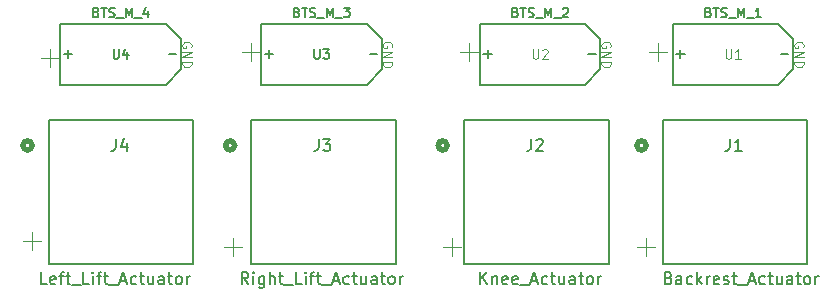
<source format=gto>
%TF.GenerationSoftware,KiCad,Pcbnew,9.0.4-9.0.4-0~ubuntu24.04.1*%
%TF.CreationDate,2025-09-24T17:28:50+03:00*%
%TF.ProjectId,Linear_actuator_MCU_Bridge_circuit,4c696e65-6172-45f6-9163-747561746f72,rev?*%
%TF.SameCoordinates,Original*%
%TF.FileFunction,Legend,Top*%
%TF.FilePolarity,Positive*%
%FSLAX46Y46*%
G04 Gerber Fmt 4.6, Leading zero omitted, Abs format (unit mm)*
G04 Created by KiCad (PCBNEW 9.0.4-9.0.4-0~ubuntu24.04.1) date 2025-09-24 17:28:50*
%MOMM*%
%LPD*%
G01*
G04 APERTURE LIST*
%ADD10C,0.100000*%
%ADD11C,0.125000*%
%ADD12C,0.150000*%
%ADD13C,0.127000*%
%ADD14C,0.152400*%
%ADD15C,0.508000*%
G04 APERTURE END LIST*
D10*
X94602566Y-76382079D02*
X94602566Y-77905889D01*
X93840661Y-77143984D02*
X95364471Y-77143984D01*
X96102566Y-59882079D02*
X96102566Y-61405889D01*
X95340661Y-60643984D02*
X96864471Y-60643984D01*
X77602566Y-75882079D02*
X77602566Y-77405889D01*
X76840661Y-76643984D02*
X78364471Y-76643984D01*
X130602566Y-59882079D02*
X130602566Y-61405889D01*
X129840661Y-60643984D02*
X131364471Y-60643984D01*
X108055709Y-60245412D02*
X108093804Y-60169222D01*
X108093804Y-60169222D02*
X108093804Y-60054936D01*
X108093804Y-60054936D02*
X108055709Y-59940650D01*
X108055709Y-59940650D02*
X107979519Y-59864460D01*
X107979519Y-59864460D02*
X107903328Y-59826365D01*
X107903328Y-59826365D02*
X107750947Y-59788269D01*
X107750947Y-59788269D02*
X107636661Y-59788269D01*
X107636661Y-59788269D02*
X107484280Y-59826365D01*
X107484280Y-59826365D02*
X107408090Y-59864460D01*
X107408090Y-59864460D02*
X107331900Y-59940650D01*
X107331900Y-59940650D02*
X107293804Y-60054936D01*
X107293804Y-60054936D02*
X107293804Y-60131127D01*
X107293804Y-60131127D02*
X107331900Y-60245412D01*
X107331900Y-60245412D02*
X107369995Y-60283508D01*
X107369995Y-60283508D02*
X107636661Y-60283508D01*
X107636661Y-60283508D02*
X107636661Y-60131127D01*
X107293804Y-60626365D02*
X108093804Y-60626365D01*
X108093804Y-60626365D02*
X107293804Y-61083508D01*
X107293804Y-61083508D02*
X108093804Y-61083508D01*
X107293804Y-61464460D02*
X108093804Y-61464460D01*
X108093804Y-61464460D02*
X108093804Y-61654936D01*
X108093804Y-61654936D02*
X108055709Y-61769222D01*
X108055709Y-61769222D02*
X107979519Y-61845412D01*
X107979519Y-61845412D02*
X107903328Y-61883507D01*
X107903328Y-61883507D02*
X107750947Y-61921603D01*
X107750947Y-61921603D02*
X107636661Y-61921603D01*
X107636661Y-61921603D02*
X107484280Y-61883507D01*
X107484280Y-61883507D02*
X107408090Y-61845412D01*
X107408090Y-61845412D02*
X107331900Y-61769222D01*
X107331900Y-61769222D02*
X107293804Y-61654936D01*
X107293804Y-61654936D02*
X107293804Y-61464460D01*
X91055709Y-60245412D02*
X91093804Y-60169222D01*
X91093804Y-60169222D02*
X91093804Y-60054936D01*
X91093804Y-60054936D02*
X91055709Y-59940650D01*
X91055709Y-59940650D02*
X90979519Y-59864460D01*
X90979519Y-59864460D02*
X90903328Y-59826365D01*
X90903328Y-59826365D02*
X90750947Y-59788269D01*
X90750947Y-59788269D02*
X90636661Y-59788269D01*
X90636661Y-59788269D02*
X90484280Y-59826365D01*
X90484280Y-59826365D02*
X90408090Y-59864460D01*
X90408090Y-59864460D02*
X90331900Y-59940650D01*
X90331900Y-59940650D02*
X90293804Y-60054936D01*
X90293804Y-60054936D02*
X90293804Y-60131127D01*
X90293804Y-60131127D02*
X90331900Y-60245412D01*
X90331900Y-60245412D02*
X90369995Y-60283508D01*
X90369995Y-60283508D02*
X90636661Y-60283508D01*
X90636661Y-60283508D02*
X90636661Y-60131127D01*
X90293804Y-60626365D02*
X91093804Y-60626365D01*
X91093804Y-60626365D02*
X90293804Y-61083508D01*
X90293804Y-61083508D02*
X91093804Y-61083508D01*
X90293804Y-61464460D02*
X91093804Y-61464460D01*
X91093804Y-61464460D02*
X91093804Y-61654936D01*
X91093804Y-61654936D02*
X91055709Y-61769222D01*
X91055709Y-61769222D02*
X90979519Y-61845412D01*
X90979519Y-61845412D02*
X90903328Y-61883507D01*
X90903328Y-61883507D02*
X90750947Y-61921603D01*
X90750947Y-61921603D02*
X90636661Y-61921603D01*
X90636661Y-61921603D02*
X90484280Y-61883507D01*
X90484280Y-61883507D02*
X90408090Y-61845412D01*
X90408090Y-61845412D02*
X90331900Y-61769222D01*
X90331900Y-61769222D02*
X90293804Y-61654936D01*
X90293804Y-61654936D02*
X90293804Y-61464460D01*
X129602566Y-76382079D02*
X129602566Y-77905889D01*
X128840661Y-77143984D02*
X130364471Y-77143984D01*
X113102566Y-76382079D02*
X113102566Y-77905889D01*
X112340661Y-77143984D02*
X113864471Y-77143984D01*
X142889209Y-60245412D02*
X142927304Y-60169222D01*
X142927304Y-60169222D02*
X142927304Y-60054936D01*
X142927304Y-60054936D02*
X142889209Y-59940650D01*
X142889209Y-59940650D02*
X142813019Y-59864460D01*
X142813019Y-59864460D02*
X142736828Y-59826365D01*
X142736828Y-59826365D02*
X142584447Y-59788269D01*
X142584447Y-59788269D02*
X142470161Y-59788269D01*
X142470161Y-59788269D02*
X142317780Y-59826365D01*
X142317780Y-59826365D02*
X142241590Y-59864460D01*
X142241590Y-59864460D02*
X142165400Y-59940650D01*
X142165400Y-59940650D02*
X142127304Y-60054936D01*
X142127304Y-60054936D02*
X142127304Y-60131127D01*
X142127304Y-60131127D02*
X142165400Y-60245412D01*
X142165400Y-60245412D02*
X142203495Y-60283508D01*
X142203495Y-60283508D02*
X142470161Y-60283508D01*
X142470161Y-60283508D02*
X142470161Y-60131127D01*
X142127304Y-60626365D02*
X142927304Y-60626365D01*
X142927304Y-60626365D02*
X142127304Y-61083508D01*
X142127304Y-61083508D02*
X142927304Y-61083508D01*
X142127304Y-61464460D02*
X142927304Y-61464460D01*
X142927304Y-61464460D02*
X142927304Y-61654936D01*
X142927304Y-61654936D02*
X142889209Y-61769222D01*
X142889209Y-61769222D02*
X142813019Y-61845412D01*
X142813019Y-61845412D02*
X142736828Y-61883507D01*
X142736828Y-61883507D02*
X142584447Y-61921603D01*
X142584447Y-61921603D02*
X142470161Y-61921603D01*
X142470161Y-61921603D02*
X142317780Y-61883507D01*
X142317780Y-61883507D02*
X142241590Y-61845412D01*
X142241590Y-61845412D02*
X142165400Y-61769222D01*
X142165400Y-61769222D02*
X142127304Y-61654936D01*
X142127304Y-61654936D02*
X142127304Y-61464460D01*
X114602566Y-59882079D02*
X114602566Y-61405889D01*
X113840661Y-60643984D02*
X115364471Y-60643984D01*
X79102566Y-60382079D02*
X79102566Y-61905889D01*
X78340661Y-61143984D02*
X79864471Y-61143984D01*
X126555709Y-60245412D02*
X126593804Y-60169222D01*
X126593804Y-60169222D02*
X126593804Y-60054936D01*
X126593804Y-60054936D02*
X126555709Y-59940650D01*
X126555709Y-59940650D02*
X126479519Y-59864460D01*
X126479519Y-59864460D02*
X126403328Y-59826365D01*
X126403328Y-59826365D02*
X126250947Y-59788269D01*
X126250947Y-59788269D02*
X126136661Y-59788269D01*
X126136661Y-59788269D02*
X125984280Y-59826365D01*
X125984280Y-59826365D02*
X125908090Y-59864460D01*
X125908090Y-59864460D02*
X125831900Y-59940650D01*
X125831900Y-59940650D02*
X125793804Y-60054936D01*
X125793804Y-60054936D02*
X125793804Y-60131127D01*
X125793804Y-60131127D02*
X125831900Y-60245412D01*
X125831900Y-60245412D02*
X125869995Y-60283508D01*
X125869995Y-60283508D02*
X126136661Y-60283508D01*
X126136661Y-60283508D02*
X126136661Y-60131127D01*
X125793804Y-60626365D02*
X126593804Y-60626365D01*
X126593804Y-60626365D02*
X125793804Y-61083508D01*
X125793804Y-61083508D02*
X126593804Y-61083508D01*
X125793804Y-61464460D02*
X126593804Y-61464460D01*
X126593804Y-61464460D02*
X126593804Y-61654936D01*
X126593804Y-61654936D02*
X126555709Y-61769222D01*
X126555709Y-61769222D02*
X126479519Y-61845412D01*
X126479519Y-61845412D02*
X126403328Y-61883507D01*
X126403328Y-61883507D02*
X126250947Y-61921603D01*
X126250947Y-61921603D02*
X126136661Y-61921603D01*
X126136661Y-61921603D02*
X125984280Y-61883507D01*
X125984280Y-61883507D02*
X125908090Y-61845412D01*
X125908090Y-61845412D02*
X125831900Y-61769222D01*
X125831900Y-61769222D02*
X125793804Y-61654936D01*
X125793804Y-61654936D02*
X125793804Y-61464460D01*
D11*
X136314676Y-60403695D02*
X136314676Y-61051314D01*
X136314676Y-61051314D02*
X136352771Y-61127504D01*
X136352771Y-61127504D02*
X136390866Y-61165600D01*
X136390866Y-61165600D02*
X136467057Y-61203695D01*
X136467057Y-61203695D02*
X136619438Y-61203695D01*
X136619438Y-61203695D02*
X136695628Y-61165600D01*
X136695628Y-61165600D02*
X136733723Y-61127504D01*
X136733723Y-61127504D02*
X136771819Y-61051314D01*
X136771819Y-61051314D02*
X136771819Y-60403695D01*
X137571818Y-61203695D02*
X137114675Y-61203695D01*
X137343247Y-61203695D02*
X137343247Y-60403695D01*
X137343247Y-60403695D02*
X137267056Y-60517980D01*
X137267056Y-60517980D02*
X137190866Y-60594171D01*
X137190866Y-60594171D02*
X137114675Y-60632266D01*
D12*
X134848008Y-57283347D02*
X134962294Y-57321442D01*
X134962294Y-57321442D02*
X135000389Y-57359538D01*
X135000389Y-57359538D02*
X135038485Y-57435728D01*
X135038485Y-57435728D02*
X135038485Y-57550014D01*
X135038485Y-57550014D02*
X135000389Y-57626204D01*
X135000389Y-57626204D02*
X134962294Y-57664300D01*
X134962294Y-57664300D02*
X134886104Y-57702395D01*
X134886104Y-57702395D02*
X134581342Y-57702395D01*
X134581342Y-57702395D02*
X134581342Y-56902395D01*
X134581342Y-56902395D02*
X134848008Y-56902395D01*
X134848008Y-56902395D02*
X134924199Y-56940490D01*
X134924199Y-56940490D02*
X134962294Y-56978585D01*
X134962294Y-56978585D02*
X135000389Y-57054776D01*
X135000389Y-57054776D02*
X135000389Y-57130966D01*
X135000389Y-57130966D02*
X134962294Y-57207157D01*
X134962294Y-57207157D02*
X134924199Y-57245252D01*
X134924199Y-57245252D02*
X134848008Y-57283347D01*
X134848008Y-57283347D02*
X134581342Y-57283347D01*
X135267056Y-56902395D02*
X135724199Y-56902395D01*
X135495627Y-57702395D02*
X135495627Y-56902395D01*
X135952770Y-57664300D02*
X136067056Y-57702395D01*
X136067056Y-57702395D02*
X136257532Y-57702395D01*
X136257532Y-57702395D02*
X136333723Y-57664300D01*
X136333723Y-57664300D02*
X136371818Y-57626204D01*
X136371818Y-57626204D02*
X136409913Y-57550014D01*
X136409913Y-57550014D02*
X136409913Y-57473823D01*
X136409913Y-57473823D02*
X136371818Y-57397633D01*
X136371818Y-57397633D02*
X136333723Y-57359538D01*
X136333723Y-57359538D02*
X136257532Y-57321442D01*
X136257532Y-57321442D02*
X136105151Y-57283347D01*
X136105151Y-57283347D02*
X136028961Y-57245252D01*
X136028961Y-57245252D02*
X135990866Y-57207157D01*
X135990866Y-57207157D02*
X135952770Y-57130966D01*
X135952770Y-57130966D02*
X135952770Y-57054776D01*
X135952770Y-57054776D02*
X135990866Y-56978585D01*
X135990866Y-56978585D02*
X136028961Y-56940490D01*
X136028961Y-56940490D02*
X136105151Y-56902395D01*
X136105151Y-56902395D02*
X136295628Y-56902395D01*
X136295628Y-56902395D02*
X136409913Y-56940490D01*
X136562295Y-57778585D02*
X137171818Y-57778585D01*
X137362295Y-57702395D02*
X137362295Y-56902395D01*
X137362295Y-56902395D02*
X137628961Y-57473823D01*
X137628961Y-57473823D02*
X137895628Y-56902395D01*
X137895628Y-56902395D02*
X137895628Y-57702395D01*
X138086105Y-57778585D02*
X138695628Y-57778585D01*
X139305152Y-57702395D02*
X138848009Y-57702395D01*
X139076581Y-57702395D02*
X139076581Y-56902395D01*
X139076581Y-56902395D02*
X139000390Y-57016680D01*
X139000390Y-57016680D02*
X138924200Y-57092871D01*
X138924200Y-57092871D02*
X138848009Y-57130966D01*
X119836866Y-68010319D02*
X119836866Y-68724604D01*
X119836866Y-68724604D02*
X119789247Y-68867461D01*
X119789247Y-68867461D02*
X119694009Y-68962700D01*
X119694009Y-68962700D02*
X119551152Y-69010319D01*
X119551152Y-69010319D02*
X119455914Y-69010319D01*
X120265438Y-68105557D02*
X120313057Y-68057938D01*
X120313057Y-68057938D02*
X120408295Y-68010319D01*
X120408295Y-68010319D02*
X120646390Y-68010319D01*
X120646390Y-68010319D02*
X120741628Y-68057938D01*
X120741628Y-68057938D02*
X120789247Y-68105557D01*
X120789247Y-68105557D02*
X120836866Y-68200795D01*
X120836866Y-68200795D02*
X120836866Y-68296033D01*
X120836866Y-68296033D02*
X120789247Y-68438890D01*
X120789247Y-68438890D02*
X120217819Y-69010319D01*
X120217819Y-69010319D02*
X120836866Y-69010319D01*
X115543080Y-80294919D02*
X115543080Y-79294919D01*
X116114508Y-80294919D02*
X115685937Y-79723490D01*
X116114508Y-79294919D02*
X115543080Y-79866347D01*
X116543080Y-79628252D02*
X116543080Y-80294919D01*
X116543080Y-79723490D02*
X116590699Y-79675871D01*
X116590699Y-79675871D02*
X116685937Y-79628252D01*
X116685937Y-79628252D02*
X116828794Y-79628252D01*
X116828794Y-79628252D02*
X116924032Y-79675871D01*
X116924032Y-79675871D02*
X116971651Y-79771109D01*
X116971651Y-79771109D02*
X116971651Y-80294919D01*
X117828794Y-80247300D02*
X117733556Y-80294919D01*
X117733556Y-80294919D02*
X117543080Y-80294919D01*
X117543080Y-80294919D02*
X117447842Y-80247300D01*
X117447842Y-80247300D02*
X117400223Y-80152061D01*
X117400223Y-80152061D02*
X117400223Y-79771109D01*
X117400223Y-79771109D02*
X117447842Y-79675871D01*
X117447842Y-79675871D02*
X117543080Y-79628252D01*
X117543080Y-79628252D02*
X117733556Y-79628252D01*
X117733556Y-79628252D02*
X117828794Y-79675871D01*
X117828794Y-79675871D02*
X117876413Y-79771109D01*
X117876413Y-79771109D02*
X117876413Y-79866347D01*
X117876413Y-79866347D02*
X117400223Y-79961585D01*
X118685937Y-80247300D02*
X118590699Y-80294919D01*
X118590699Y-80294919D02*
X118400223Y-80294919D01*
X118400223Y-80294919D02*
X118304985Y-80247300D01*
X118304985Y-80247300D02*
X118257366Y-80152061D01*
X118257366Y-80152061D02*
X118257366Y-79771109D01*
X118257366Y-79771109D02*
X118304985Y-79675871D01*
X118304985Y-79675871D02*
X118400223Y-79628252D01*
X118400223Y-79628252D02*
X118590699Y-79628252D01*
X118590699Y-79628252D02*
X118685937Y-79675871D01*
X118685937Y-79675871D02*
X118733556Y-79771109D01*
X118733556Y-79771109D02*
X118733556Y-79866347D01*
X118733556Y-79866347D02*
X118257366Y-79961585D01*
X118924033Y-80390157D02*
X119685937Y-80390157D01*
X119876414Y-80009204D02*
X120352604Y-80009204D01*
X119781176Y-80294919D02*
X120114509Y-79294919D01*
X120114509Y-79294919D02*
X120447842Y-80294919D01*
X121209747Y-80247300D02*
X121114509Y-80294919D01*
X121114509Y-80294919D02*
X120924033Y-80294919D01*
X120924033Y-80294919D02*
X120828795Y-80247300D01*
X120828795Y-80247300D02*
X120781176Y-80199680D01*
X120781176Y-80199680D02*
X120733557Y-80104442D01*
X120733557Y-80104442D02*
X120733557Y-79818728D01*
X120733557Y-79818728D02*
X120781176Y-79723490D01*
X120781176Y-79723490D02*
X120828795Y-79675871D01*
X120828795Y-79675871D02*
X120924033Y-79628252D01*
X120924033Y-79628252D02*
X121114509Y-79628252D01*
X121114509Y-79628252D02*
X121209747Y-79675871D01*
X121495462Y-79628252D02*
X121876414Y-79628252D01*
X121638319Y-79294919D02*
X121638319Y-80152061D01*
X121638319Y-80152061D02*
X121685938Y-80247300D01*
X121685938Y-80247300D02*
X121781176Y-80294919D01*
X121781176Y-80294919D02*
X121876414Y-80294919D01*
X122638319Y-79628252D02*
X122638319Y-80294919D01*
X122209748Y-79628252D02*
X122209748Y-80152061D01*
X122209748Y-80152061D02*
X122257367Y-80247300D01*
X122257367Y-80247300D02*
X122352605Y-80294919D01*
X122352605Y-80294919D02*
X122495462Y-80294919D01*
X122495462Y-80294919D02*
X122590700Y-80247300D01*
X122590700Y-80247300D02*
X122638319Y-80199680D01*
X123543081Y-80294919D02*
X123543081Y-79771109D01*
X123543081Y-79771109D02*
X123495462Y-79675871D01*
X123495462Y-79675871D02*
X123400224Y-79628252D01*
X123400224Y-79628252D02*
X123209748Y-79628252D01*
X123209748Y-79628252D02*
X123114510Y-79675871D01*
X123543081Y-80247300D02*
X123447843Y-80294919D01*
X123447843Y-80294919D02*
X123209748Y-80294919D01*
X123209748Y-80294919D02*
X123114510Y-80247300D01*
X123114510Y-80247300D02*
X123066891Y-80152061D01*
X123066891Y-80152061D02*
X123066891Y-80056823D01*
X123066891Y-80056823D02*
X123114510Y-79961585D01*
X123114510Y-79961585D02*
X123209748Y-79913966D01*
X123209748Y-79913966D02*
X123447843Y-79913966D01*
X123447843Y-79913966D02*
X123543081Y-79866347D01*
X123876415Y-79628252D02*
X124257367Y-79628252D01*
X124019272Y-79294919D02*
X124019272Y-80152061D01*
X124019272Y-80152061D02*
X124066891Y-80247300D01*
X124066891Y-80247300D02*
X124162129Y-80294919D01*
X124162129Y-80294919D02*
X124257367Y-80294919D01*
X124733558Y-80294919D02*
X124638320Y-80247300D01*
X124638320Y-80247300D02*
X124590701Y-80199680D01*
X124590701Y-80199680D02*
X124543082Y-80104442D01*
X124543082Y-80104442D02*
X124543082Y-79818728D01*
X124543082Y-79818728D02*
X124590701Y-79723490D01*
X124590701Y-79723490D02*
X124638320Y-79675871D01*
X124638320Y-79675871D02*
X124733558Y-79628252D01*
X124733558Y-79628252D02*
X124876415Y-79628252D01*
X124876415Y-79628252D02*
X124971653Y-79675871D01*
X124971653Y-79675871D02*
X125019272Y-79723490D01*
X125019272Y-79723490D02*
X125066891Y-79818728D01*
X125066891Y-79818728D02*
X125066891Y-80104442D01*
X125066891Y-80104442D02*
X125019272Y-80199680D01*
X125019272Y-80199680D02*
X124971653Y-80247300D01*
X124971653Y-80247300D02*
X124876415Y-80294919D01*
X124876415Y-80294919D02*
X124733558Y-80294919D01*
X125495463Y-80294919D02*
X125495463Y-79628252D01*
X125495463Y-79818728D02*
X125543082Y-79723490D01*
X125543082Y-79723490D02*
X125590701Y-79675871D01*
X125590701Y-79675871D02*
X125685939Y-79628252D01*
X125685939Y-79628252D02*
X125781177Y-79628252D01*
X101836866Y-68010319D02*
X101836866Y-68724604D01*
X101836866Y-68724604D02*
X101789247Y-68867461D01*
X101789247Y-68867461D02*
X101694009Y-68962700D01*
X101694009Y-68962700D02*
X101551152Y-69010319D01*
X101551152Y-69010319D02*
X101455914Y-69010319D01*
X102217819Y-68010319D02*
X102836866Y-68010319D01*
X102836866Y-68010319D02*
X102503533Y-68391271D01*
X102503533Y-68391271D02*
X102646390Y-68391271D01*
X102646390Y-68391271D02*
X102741628Y-68438890D01*
X102741628Y-68438890D02*
X102789247Y-68486509D01*
X102789247Y-68486509D02*
X102836866Y-68581747D01*
X102836866Y-68581747D02*
X102836866Y-68819842D01*
X102836866Y-68819842D02*
X102789247Y-68915080D01*
X102789247Y-68915080D02*
X102741628Y-68962700D01*
X102741628Y-68962700D02*
X102646390Y-69010319D01*
X102646390Y-69010319D02*
X102360676Y-69010319D01*
X102360676Y-69010319D02*
X102265438Y-68962700D01*
X102265438Y-68962700D02*
X102217819Y-68915080D01*
X95900222Y-80294919D02*
X95566889Y-79818728D01*
X95328794Y-80294919D02*
X95328794Y-79294919D01*
X95328794Y-79294919D02*
X95709746Y-79294919D01*
X95709746Y-79294919D02*
X95804984Y-79342538D01*
X95804984Y-79342538D02*
X95852603Y-79390157D01*
X95852603Y-79390157D02*
X95900222Y-79485395D01*
X95900222Y-79485395D02*
X95900222Y-79628252D01*
X95900222Y-79628252D02*
X95852603Y-79723490D01*
X95852603Y-79723490D02*
X95804984Y-79771109D01*
X95804984Y-79771109D02*
X95709746Y-79818728D01*
X95709746Y-79818728D02*
X95328794Y-79818728D01*
X96328794Y-80294919D02*
X96328794Y-79628252D01*
X96328794Y-79294919D02*
X96281175Y-79342538D01*
X96281175Y-79342538D02*
X96328794Y-79390157D01*
X96328794Y-79390157D02*
X96376413Y-79342538D01*
X96376413Y-79342538D02*
X96328794Y-79294919D01*
X96328794Y-79294919D02*
X96328794Y-79390157D01*
X97233555Y-79628252D02*
X97233555Y-80437776D01*
X97233555Y-80437776D02*
X97185936Y-80533014D01*
X97185936Y-80533014D02*
X97138317Y-80580633D01*
X97138317Y-80580633D02*
X97043079Y-80628252D01*
X97043079Y-80628252D02*
X96900222Y-80628252D01*
X96900222Y-80628252D02*
X96804984Y-80580633D01*
X97233555Y-80247300D02*
X97138317Y-80294919D01*
X97138317Y-80294919D02*
X96947841Y-80294919D01*
X96947841Y-80294919D02*
X96852603Y-80247300D01*
X96852603Y-80247300D02*
X96804984Y-80199680D01*
X96804984Y-80199680D02*
X96757365Y-80104442D01*
X96757365Y-80104442D02*
X96757365Y-79818728D01*
X96757365Y-79818728D02*
X96804984Y-79723490D01*
X96804984Y-79723490D02*
X96852603Y-79675871D01*
X96852603Y-79675871D02*
X96947841Y-79628252D01*
X96947841Y-79628252D02*
X97138317Y-79628252D01*
X97138317Y-79628252D02*
X97233555Y-79675871D01*
X97709746Y-80294919D02*
X97709746Y-79294919D01*
X98138317Y-80294919D02*
X98138317Y-79771109D01*
X98138317Y-79771109D02*
X98090698Y-79675871D01*
X98090698Y-79675871D02*
X97995460Y-79628252D01*
X97995460Y-79628252D02*
X97852603Y-79628252D01*
X97852603Y-79628252D02*
X97757365Y-79675871D01*
X97757365Y-79675871D02*
X97709746Y-79723490D01*
X98471651Y-79628252D02*
X98852603Y-79628252D01*
X98614508Y-79294919D02*
X98614508Y-80152061D01*
X98614508Y-80152061D02*
X98662127Y-80247300D01*
X98662127Y-80247300D02*
X98757365Y-80294919D01*
X98757365Y-80294919D02*
X98852603Y-80294919D01*
X98947842Y-80390157D02*
X99709746Y-80390157D01*
X100424032Y-80294919D02*
X99947842Y-80294919D01*
X99947842Y-80294919D02*
X99947842Y-79294919D01*
X100757366Y-80294919D02*
X100757366Y-79628252D01*
X100757366Y-79294919D02*
X100709747Y-79342538D01*
X100709747Y-79342538D02*
X100757366Y-79390157D01*
X100757366Y-79390157D02*
X100804985Y-79342538D01*
X100804985Y-79342538D02*
X100757366Y-79294919D01*
X100757366Y-79294919D02*
X100757366Y-79390157D01*
X101090699Y-79628252D02*
X101471651Y-79628252D01*
X101233556Y-80294919D02*
X101233556Y-79437776D01*
X101233556Y-79437776D02*
X101281175Y-79342538D01*
X101281175Y-79342538D02*
X101376413Y-79294919D01*
X101376413Y-79294919D02*
X101471651Y-79294919D01*
X101662128Y-79628252D02*
X102043080Y-79628252D01*
X101804985Y-79294919D02*
X101804985Y-80152061D01*
X101804985Y-80152061D02*
X101852604Y-80247300D01*
X101852604Y-80247300D02*
X101947842Y-80294919D01*
X101947842Y-80294919D02*
X102043080Y-80294919D01*
X102138319Y-80390157D02*
X102900223Y-80390157D01*
X103090700Y-80009204D02*
X103566890Y-80009204D01*
X102995462Y-80294919D02*
X103328795Y-79294919D01*
X103328795Y-79294919D02*
X103662128Y-80294919D01*
X104424033Y-80247300D02*
X104328795Y-80294919D01*
X104328795Y-80294919D02*
X104138319Y-80294919D01*
X104138319Y-80294919D02*
X104043081Y-80247300D01*
X104043081Y-80247300D02*
X103995462Y-80199680D01*
X103995462Y-80199680D02*
X103947843Y-80104442D01*
X103947843Y-80104442D02*
X103947843Y-79818728D01*
X103947843Y-79818728D02*
X103995462Y-79723490D01*
X103995462Y-79723490D02*
X104043081Y-79675871D01*
X104043081Y-79675871D02*
X104138319Y-79628252D01*
X104138319Y-79628252D02*
X104328795Y-79628252D01*
X104328795Y-79628252D02*
X104424033Y-79675871D01*
X104709748Y-79628252D02*
X105090700Y-79628252D01*
X104852605Y-79294919D02*
X104852605Y-80152061D01*
X104852605Y-80152061D02*
X104900224Y-80247300D01*
X104900224Y-80247300D02*
X104995462Y-80294919D01*
X104995462Y-80294919D02*
X105090700Y-80294919D01*
X105852605Y-79628252D02*
X105852605Y-80294919D01*
X105424034Y-79628252D02*
X105424034Y-80152061D01*
X105424034Y-80152061D02*
X105471653Y-80247300D01*
X105471653Y-80247300D02*
X105566891Y-80294919D01*
X105566891Y-80294919D02*
X105709748Y-80294919D01*
X105709748Y-80294919D02*
X105804986Y-80247300D01*
X105804986Y-80247300D02*
X105852605Y-80199680D01*
X106757367Y-80294919D02*
X106757367Y-79771109D01*
X106757367Y-79771109D02*
X106709748Y-79675871D01*
X106709748Y-79675871D02*
X106614510Y-79628252D01*
X106614510Y-79628252D02*
X106424034Y-79628252D01*
X106424034Y-79628252D02*
X106328796Y-79675871D01*
X106757367Y-80247300D02*
X106662129Y-80294919D01*
X106662129Y-80294919D02*
X106424034Y-80294919D01*
X106424034Y-80294919D02*
X106328796Y-80247300D01*
X106328796Y-80247300D02*
X106281177Y-80152061D01*
X106281177Y-80152061D02*
X106281177Y-80056823D01*
X106281177Y-80056823D02*
X106328796Y-79961585D01*
X106328796Y-79961585D02*
X106424034Y-79913966D01*
X106424034Y-79913966D02*
X106662129Y-79913966D01*
X106662129Y-79913966D02*
X106757367Y-79866347D01*
X107090701Y-79628252D02*
X107471653Y-79628252D01*
X107233558Y-79294919D02*
X107233558Y-80152061D01*
X107233558Y-80152061D02*
X107281177Y-80247300D01*
X107281177Y-80247300D02*
X107376415Y-80294919D01*
X107376415Y-80294919D02*
X107471653Y-80294919D01*
X107947844Y-80294919D02*
X107852606Y-80247300D01*
X107852606Y-80247300D02*
X107804987Y-80199680D01*
X107804987Y-80199680D02*
X107757368Y-80104442D01*
X107757368Y-80104442D02*
X107757368Y-79818728D01*
X107757368Y-79818728D02*
X107804987Y-79723490D01*
X107804987Y-79723490D02*
X107852606Y-79675871D01*
X107852606Y-79675871D02*
X107947844Y-79628252D01*
X107947844Y-79628252D02*
X108090701Y-79628252D01*
X108090701Y-79628252D02*
X108185939Y-79675871D01*
X108185939Y-79675871D02*
X108233558Y-79723490D01*
X108233558Y-79723490D02*
X108281177Y-79818728D01*
X108281177Y-79818728D02*
X108281177Y-80104442D01*
X108281177Y-80104442D02*
X108233558Y-80199680D01*
X108233558Y-80199680D02*
X108185939Y-80247300D01*
X108185939Y-80247300D02*
X108090701Y-80294919D01*
X108090701Y-80294919D02*
X107947844Y-80294919D01*
X108709749Y-80294919D02*
X108709749Y-79628252D01*
X108709749Y-79818728D02*
X108757368Y-79723490D01*
X108757368Y-79723490D02*
X108804987Y-79675871D01*
X108804987Y-79675871D02*
X108900225Y-79628252D01*
X108900225Y-79628252D02*
X108995463Y-79628252D01*
D11*
X119981176Y-60403695D02*
X119981176Y-61051314D01*
X119981176Y-61051314D02*
X120019271Y-61127504D01*
X120019271Y-61127504D02*
X120057366Y-61165600D01*
X120057366Y-61165600D02*
X120133557Y-61203695D01*
X120133557Y-61203695D02*
X120285938Y-61203695D01*
X120285938Y-61203695D02*
X120362128Y-61165600D01*
X120362128Y-61165600D02*
X120400223Y-61127504D01*
X120400223Y-61127504D02*
X120438319Y-61051314D01*
X120438319Y-61051314D02*
X120438319Y-60403695D01*
X120781175Y-60479885D02*
X120819271Y-60441790D01*
X120819271Y-60441790D02*
X120895461Y-60403695D01*
X120895461Y-60403695D02*
X121085937Y-60403695D01*
X121085937Y-60403695D02*
X121162128Y-60441790D01*
X121162128Y-60441790D02*
X121200223Y-60479885D01*
X121200223Y-60479885D02*
X121238318Y-60556076D01*
X121238318Y-60556076D02*
X121238318Y-60632266D01*
X121238318Y-60632266D02*
X121200223Y-60746552D01*
X121200223Y-60746552D02*
X120743080Y-61203695D01*
X120743080Y-61203695D02*
X121238318Y-61203695D01*
D12*
X118514508Y-57283347D02*
X118628794Y-57321442D01*
X118628794Y-57321442D02*
X118666889Y-57359538D01*
X118666889Y-57359538D02*
X118704985Y-57435728D01*
X118704985Y-57435728D02*
X118704985Y-57550014D01*
X118704985Y-57550014D02*
X118666889Y-57626204D01*
X118666889Y-57626204D02*
X118628794Y-57664300D01*
X118628794Y-57664300D02*
X118552604Y-57702395D01*
X118552604Y-57702395D02*
X118247842Y-57702395D01*
X118247842Y-57702395D02*
X118247842Y-56902395D01*
X118247842Y-56902395D02*
X118514508Y-56902395D01*
X118514508Y-56902395D02*
X118590699Y-56940490D01*
X118590699Y-56940490D02*
X118628794Y-56978585D01*
X118628794Y-56978585D02*
X118666889Y-57054776D01*
X118666889Y-57054776D02*
X118666889Y-57130966D01*
X118666889Y-57130966D02*
X118628794Y-57207157D01*
X118628794Y-57207157D02*
X118590699Y-57245252D01*
X118590699Y-57245252D02*
X118514508Y-57283347D01*
X118514508Y-57283347D02*
X118247842Y-57283347D01*
X118933556Y-56902395D02*
X119390699Y-56902395D01*
X119162127Y-57702395D02*
X119162127Y-56902395D01*
X119619270Y-57664300D02*
X119733556Y-57702395D01*
X119733556Y-57702395D02*
X119924032Y-57702395D01*
X119924032Y-57702395D02*
X120000223Y-57664300D01*
X120000223Y-57664300D02*
X120038318Y-57626204D01*
X120038318Y-57626204D02*
X120076413Y-57550014D01*
X120076413Y-57550014D02*
X120076413Y-57473823D01*
X120076413Y-57473823D02*
X120038318Y-57397633D01*
X120038318Y-57397633D02*
X120000223Y-57359538D01*
X120000223Y-57359538D02*
X119924032Y-57321442D01*
X119924032Y-57321442D02*
X119771651Y-57283347D01*
X119771651Y-57283347D02*
X119695461Y-57245252D01*
X119695461Y-57245252D02*
X119657366Y-57207157D01*
X119657366Y-57207157D02*
X119619270Y-57130966D01*
X119619270Y-57130966D02*
X119619270Y-57054776D01*
X119619270Y-57054776D02*
X119657366Y-56978585D01*
X119657366Y-56978585D02*
X119695461Y-56940490D01*
X119695461Y-56940490D02*
X119771651Y-56902395D01*
X119771651Y-56902395D02*
X119962128Y-56902395D01*
X119962128Y-56902395D02*
X120076413Y-56940490D01*
X120228795Y-57778585D02*
X120838318Y-57778585D01*
X121028795Y-57702395D02*
X121028795Y-56902395D01*
X121028795Y-56902395D02*
X121295461Y-57473823D01*
X121295461Y-57473823D02*
X121562128Y-56902395D01*
X121562128Y-56902395D02*
X121562128Y-57702395D01*
X121752605Y-57778585D02*
X122362128Y-57778585D01*
X122514509Y-56978585D02*
X122552605Y-56940490D01*
X122552605Y-56940490D02*
X122628795Y-56902395D01*
X122628795Y-56902395D02*
X122819271Y-56902395D01*
X122819271Y-56902395D02*
X122895462Y-56940490D01*
X122895462Y-56940490D02*
X122933557Y-56978585D01*
X122933557Y-56978585D02*
X122971652Y-57054776D01*
X122971652Y-57054776D02*
X122971652Y-57130966D01*
X122971652Y-57130966D02*
X122933557Y-57245252D01*
X122933557Y-57245252D02*
X122476414Y-57702395D01*
X122476414Y-57702395D02*
X122971652Y-57702395D01*
X84481176Y-60402395D02*
X84481176Y-61050014D01*
X84481176Y-61050014D02*
X84519271Y-61126204D01*
X84519271Y-61126204D02*
X84557366Y-61164300D01*
X84557366Y-61164300D02*
X84633557Y-61202395D01*
X84633557Y-61202395D02*
X84785938Y-61202395D01*
X84785938Y-61202395D02*
X84862128Y-61164300D01*
X84862128Y-61164300D02*
X84900223Y-61126204D01*
X84900223Y-61126204D02*
X84938319Y-61050014D01*
X84938319Y-61050014D02*
X84938319Y-60402395D01*
X85662128Y-60669061D02*
X85662128Y-61202395D01*
X85471652Y-60364300D02*
X85281175Y-60935728D01*
X85281175Y-60935728D02*
X85776414Y-60935728D01*
X83014508Y-57283347D02*
X83128794Y-57321442D01*
X83128794Y-57321442D02*
X83166889Y-57359538D01*
X83166889Y-57359538D02*
X83204985Y-57435728D01*
X83204985Y-57435728D02*
X83204985Y-57550014D01*
X83204985Y-57550014D02*
X83166889Y-57626204D01*
X83166889Y-57626204D02*
X83128794Y-57664300D01*
X83128794Y-57664300D02*
X83052604Y-57702395D01*
X83052604Y-57702395D02*
X82747842Y-57702395D01*
X82747842Y-57702395D02*
X82747842Y-56902395D01*
X82747842Y-56902395D02*
X83014508Y-56902395D01*
X83014508Y-56902395D02*
X83090699Y-56940490D01*
X83090699Y-56940490D02*
X83128794Y-56978585D01*
X83128794Y-56978585D02*
X83166889Y-57054776D01*
X83166889Y-57054776D02*
X83166889Y-57130966D01*
X83166889Y-57130966D02*
X83128794Y-57207157D01*
X83128794Y-57207157D02*
X83090699Y-57245252D01*
X83090699Y-57245252D02*
X83014508Y-57283347D01*
X83014508Y-57283347D02*
X82747842Y-57283347D01*
X83433556Y-56902395D02*
X83890699Y-56902395D01*
X83662127Y-57702395D02*
X83662127Y-56902395D01*
X84119270Y-57664300D02*
X84233556Y-57702395D01*
X84233556Y-57702395D02*
X84424032Y-57702395D01*
X84424032Y-57702395D02*
X84500223Y-57664300D01*
X84500223Y-57664300D02*
X84538318Y-57626204D01*
X84538318Y-57626204D02*
X84576413Y-57550014D01*
X84576413Y-57550014D02*
X84576413Y-57473823D01*
X84576413Y-57473823D02*
X84538318Y-57397633D01*
X84538318Y-57397633D02*
X84500223Y-57359538D01*
X84500223Y-57359538D02*
X84424032Y-57321442D01*
X84424032Y-57321442D02*
X84271651Y-57283347D01*
X84271651Y-57283347D02*
X84195461Y-57245252D01*
X84195461Y-57245252D02*
X84157366Y-57207157D01*
X84157366Y-57207157D02*
X84119270Y-57130966D01*
X84119270Y-57130966D02*
X84119270Y-57054776D01*
X84119270Y-57054776D02*
X84157366Y-56978585D01*
X84157366Y-56978585D02*
X84195461Y-56940490D01*
X84195461Y-56940490D02*
X84271651Y-56902395D01*
X84271651Y-56902395D02*
X84462128Y-56902395D01*
X84462128Y-56902395D02*
X84576413Y-56940490D01*
X84728795Y-57778585D02*
X85338318Y-57778585D01*
X85528795Y-57702395D02*
X85528795Y-56902395D01*
X85528795Y-56902395D02*
X85795461Y-57473823D01*
X85795461Y-57473823D02*
X86062128Y-56902395D01*
X86062128Y-56902395D02*
X86062128Y-57702395D01*
X86252605Y-57778585D02*
X86862128Y-57778585D01*
X87395462Y-57169061D02*
X87395462Y-57702395D01*
X87204986Y-56864300D02*
X87014509Y-57435728D01*
X87014509Y-57435728D02*
X87509748Y-57435728D01*
X101481176Y-60402395D02*
X101481176Y-61050014D01*
X101481176Y-61050014D02*
X101519271Y-61126204D01*
X101519271Y-61126204D02*
X101557366Y-61164300D01*
X101557366Y-61164300D02*
X101633557Y-61202395D01*
X101633557Y-61202395D02*
X101785938Y-61202395D01*
X101785938Y-61202395D02*
X101862128Y-61164300D01*
X101862128Y-61164300D02*
X101900223Y-61126204D01*
X101900223Y-61126204D02*
X101938319Y-61050014D01*
X101938319Y-61050014D02*
X101938319Y-60402395D01*
X102243080Y-60402395D02*
X102738318Y-60402395D01*
X102738318Y-60402395D02*
X102471652Y-60707157D01*
X102471652Y-60707157D02*
X102585937Y-60707157D01*
X102585937Y-60707157D02*
X102662128Y-60745252D01*
X102662128Y-60745252D02*
X102700223Y-60783347D01*
X102700223Y-60783347D02*
X102738318Y-60859538D01*
X102738318Y-60859538D02*
X102738318Y-61050014D01*
X102738318Y-61050014D02*
X102700223Y-61126204D01*
X102700223Y-61126204D02*
X102662128Y-61164300D01*
X102662128Y-61164300D02*
X102585937Y-61202395D01*
X102585937Y-61202395D02*
X102357366Y-61202395D01*
X102357366Y-61202395D02*
X102281175Y-61164300D01*
X102281175Y-61164300D02*
X102243080Y-61126204D01*
X100014508Y-57283347D02*
X100128794Y-57321442D01*
X100128794Y-57321442D02*
X100166889Y-57359538D01*
X100166889Y-57359538D02*
X100204985Y-57435728D01*
X100204985Y-57435728D02*
X100204985Y-57550014D01*
X100204985Y-57550014D02*
X100166889Y-57626204D01*
X100166889Y-57626204D02*
X100128794Y-57664300D01*
X100128794Y-57664300D02*
X100052604Y-57702395D01*
X100052604Y-57702395D02*
X99747842Y-57702395D01*
X99747842Y-57702395D02*
X99747842Y-56902395D01*
X99747842Y-56902395D02*
X100014508Y-56902395D01*
X100014508Y-56902395D02*
X100090699Y-56940490D01*
X100090699Y-56940490D02*
X100128794Y-56978585D01*
X100128794Y-56978585D02*
X100166889Y-57054776D01*
X100166889Y-57054776D02*
X100166889Y-57130966D01*
X100166889Y-57130966D02*
X100128794Y-57207157D01*
X100128794Y-57207157D02*
X100090699Y-57245252D01*
X100090699Y-57245252D02*
X100014508Y-57283347D01*
X100014508Y-57283347D02*
X99747842Y-57283347D01*
X100433556Y-56902395D02*
X100890699Y-56902395D01*
X100662127Y-57702395D02*
X100662127Y-56902395D01*
X101119270Y-57664300D02*
X101233556Y-57702395D01*
X101233556Y-57702395D02*
X101424032Y-57702395D01*
X101424032Y-57702395D02*
X101500223Y-57664300D01*
X101500223Y-57664300D02*
X101538318Y-57626204D01*
X101538318Y-57626204D02*
X101576413Y-57550014D01*
X101576413Y-57550014D02*
X101576413Y-57473823D01*
X101576413Y-57473823D02*
X101538318Y-57397633D01*
X101538318Y-57397633D02*
X101500223Y-57359538D01*
X101500223Y-57359538D02*
X101424032Y-57321442D01*
X101424032Y-57321442D02*
X101271651Y-57283347D01*
X101271651Y-57283347D02*
X101195461Y-57245252D01*
X101195461Y-57245252D02*
X101157366Y-57207157D01*
X101157366Y-57207157D02*
X101119270Y-57130966D01*
X101119270Y-57130966D02*
X101119270Y-57054776D01*
X101119270Y-57054776D02*
X101157366Y-56978585D01*
X101157366Y-56978585D02*
X101195461Y-56940490D01*
X101195461Y-56940490D02*
X101271651Y-56902395D01*
X101271651Y-56902395D02*
X101462128Y-56902395D01*
X101462128Y-56902395D02*
X101576413Y-56940490D01*
X101728795Y-57778585D02*
X102338318Y-57778585D01*
X102528795Y-57702395D02*
X102528795Y-56902395D01*
X102528795Y-56902395D02*
X102795461Y-57473823D01*
X102795461Y-57473823D02*
X103062128Y-56902395D01*
X103062128Y-56902395D02*
X103062128Y-57702395D01*
X103252605Y-57778585D02*
X103862128Y-57778585D01*
X103976414Y-56902395D02*
X104471652Y-56902395D01*
X104471652Y-56902395D02*
X104204986Y-57207157D01*
X104204986Y-57207157D02*
X104319271Y-57207157D01*
X104319271Y-57207157D02*
X104395462Y-57245252D01*
X104395462Y-57245252D02*
X104433557Y-57283347D01*
X104433557Y-57283347D02*
X104471652Y-57359538D01*
X104471652Y-57359538D02*
X104471652Y-57550014D01*
X104471652Y-57550014D02*
X104433557Y-57626204D01*
X104433557Y-57626204D02*
X104395462Y-57664300D01*
X104395462Y-57664300D02*
X104319271Y-57702395D01*
X104319271Y-57702395D02*
X104090700Y-57702395D01*
X104090700Y-57702395D02*
X104014509Y-57664300D01*
X104014509Y-57664300D02*
X103976414Y-57626204D01*
X84687666Y-68010319D02*
X84687666Y-68724604D01*
X84687666Y-68724604D02*
X84640047Y-68867461D01*
X84640047Y-68867461D02*
X84544809Y-68962700D01*
X84544809Y-68962700D02*
X84401952Y-69010319D01*
X84401952Y-69010319D02*
X84306714Y-69010319D01*
X85592428Y-68343652D02*
X85592428Y-69010319D01*
X85354333Y-67962700D02*
X85116238Y-68676985D01*
X85116238Y-68676985D02*
X85735285Y-68676985D01*
X78828793Y-80294919D02*
X78352603Y-80294919D01*
X78352603Y-80294919D02*
X78352603Y-79294919D01*
X79543079Y-80247300D02*
X79447841Y-80294919D01*
X79447841Y-80294919D02*
X79257365Y-80294919D01*
X79257365Y-80294919D02*
X79162127Y-80247300D01*
X79162127Y-80247300D02*
X79114508Y-80152061D01*
X79114508Y-80152061D02*
X79114508Y-79771109D01*
X79114508Y-79771109D02*
X79162127Y-79675871D01*
X79162127Y-79675871D02*
X79257365Y-79628252D01*
X79257365Y-79628252D02*
X79447841Y-79628252D01*
X79447841Y-79628252D02*
X79543079Y-79675871D01*
X79543079Y-79675871D02*
X79590698Y-79771109D01*
X79590698Y-79771109D02*
X79590698Y-79866347D01*
X79590698Y-79866347D02*
X79114508Y-79961585D01*
X79876413Y-79628252D02*
X80257365Y-79628252D01*
X80019270Y-80294919D02*
X80019270Y-79437776D01*
X80019270Y-79437776D02*
X80066889Y-79342538D01*
X80066889Y-79342538D02*
X80162127Y-79294919D01*
X80162127Y-79294919D02*
X80257365Y-79294919D01*
X80447842Y-79628252D02*
X80828794Y-79628252D01*
X80590699Y-79294919D02*
X80590699Y-80152061D01*
X80590699Y-80152061D02*
X80638318Y-80247300D01*
X80638318Y-80247300D02*
X80733556Y-80294919D01*
X80733556Y-80294919D02*
X80828794Y-80294919D01*
X80924033Y-80390157D02*
X81685937Y-80390157D01*
X82400223Y-80294919D02*
X81924033Y-80294919D01*
X81924033Y-80294919D02*
X81924033Y-79294919D01*
X82733557Y-80294919D02*
X82733557Y-79628252D01*
X82733557Y-79294919D02*
X82685938Y-79342538D01*
X82685938Y-79342538D02*
X82733557Y-79390157D01*
X82733557Y-79390157D02*
X82781176Y-79342538D01*
X82781176Y-79342538D02*
X82733557Y-79294919D01*
X82733557Y-79294919D02*
X82733557Y-79390157D01*
X83066890Y-79628252D02*
X83447842Y-79628252D01*
X83209747Y-80294919D02*
X83209747Y-79437776D01*
X83209747Y-79437776D02*
X83257366Y-79342538D01*
X83257366Y-79342538D02*
X83352604Y-79294919D01*
X83352604Y-79294919D02*
X83447842Y-79294919D01*
X83638319Y-79628252D02*
X84019271Y-79628252D01*
X83781176Y-79294919D02*
X83781176Y-80152061D01*
X83781176Y-80152061D02*
X83828795Y-80247300D01*
X83828795Y-80247300D02*
X83924033Y-80294919D01*
X83924033Y-80294919D02*
X84019271Y-80294919D01*
X84114510Y-80390157D02*
X84876414Y-80390157D01*
X85066891Y-80009204D02*
X85543081Y-80009204D01*
X84971653Y-80294919D02*
X85304986Y-79294919D01*
X85304986Y-79294919D02*
X85638319Y-80294919D01*
X86400224Y-80247300D02*
X86304986Y-80294919D01*
X86304986Y-80294919D02*
X86114510Y-80294919D01*
X86114510Y-80294919D02*
X86019272Y-80247300D01*
X86019272Y-80247300D02*
X85971653Y-80199680D01*
X85971653Y-80199680D02*
X85924034Y-80104442D01*
X85924034Y-80104442D02*
X85924034Y-79818728D01*
X85924034Y-79818728D02*
X85971653Y-79723490D01*
X85971653Y-79723490D02*
X86019272Y-79675871D01*
X86019272Y-79675871D02*
X86114510Y-79628252D01*
X86114510Y-79628252D02*
X86304986Y-79628252D01*
X86304986Y-79628252D02*
X86400224Y-79675871D01*
X86685939Y-79628252D02*
X87066891Y-79628252D01*
X86828796Y-79294919D02*
X86828796Y-80152061D01*
X86828796Y-80152061D02*
X86876415Y-80247300D01*
X86876415Y-80247300D02*
X86971653Y-80294919D01*
X86971653Y-80294919D02*
X87066891Y-80294919D01*
X87828796Y-79628252D02*
X87828796Y-80294919D01*
X87400225Y-79628252D02*
X87400225Y-80152061D01*
X87400225Y-80152061D02*
X87447844Y-80247300D01*
X87447844Y-80247300D02*
X87543082Y-80294919D01*
X87543082Y-80294919D02*
X87685939Y-80294919D01*
X87685939Y-80294919D02*
X87781177Y-80247300D01*
X87781177Y-80247300D02*
X87828796Y-80199680D01*
X88733558Y-80294919D02*
X88733558Y-79771109D01*
X88733558Y-79771109D02*
X88685939Y-79675871D01*
X88685939Y-79675871D02*
X88590701Y-79628252D01*
X88590701Y-79628252D02*
X88400225Y-79628252D01*
X88400225Y-79628252D02*
X88304987Y-79675871D01*
X88733558Y-80247300D02*
X88638320Y-80294919D01*
X88638320Y-80294919D02*
X88400225Y-80294919D01*
X88400225Y-80294919D02*
X88304987Y-80247300D01*
X88304987Y-80247300D02*
X88257368Y-80152061D01*
X88257368Y-80152061D02*
X88257368Y-80056823D01*
X88257368Y-80056823D02*
X88304987Y-79961585D01*
X88304987Y-79961585D02*
X88400225Y-79913966D01*
X88400225Y-79913966D02*
X88638320Y-79913966D01*
X88638320Y-79913966D02*
X88733558Y-79866347D01*
X89066892Y-79628252D02*
X89447844Y-79628252D01*
X89209749Y-79294919D02*
X89209749Y-80152061D01*
X89209749Y-80152061D02*
X89257368Y-80247300D01*
X89257368Y-80247300D02*
X89352606Y-80294919D01*
X89352606Y-80294919D02*
X89447844Y-80294919D01*
X89924035Y-80294919D02*
X89828797Y-80247300D01*
X89828797Y-80247300D02*
X89781178Y-80199680D01*
X89781178Y-80199680D02*
X89733559Y-80104442D01*
X89733559Y-80104442D02*
X89733559Y-79818728D01*
X89733559Y-79818728D02*
X89781178Y-79723490D01*
X89781178Y-79723490D02*
X89828797Y-79675871D01*
X89828797Y-79675871D02*
X89924035Y-79628252D01*
X89924035Y-79628252D02*
X90066892Y-79628252D01*
X90066892Y-79628252D02*
X90162130Y-79675871D01*
X90162130Y-79675871D02*
X90209749Y-79723490D01*
X90209749Y-79723490D02*
X90257368Y-79818728D01*
X90257368Y-79818728D02*
X90257368Y-80104442D01*
X90257368Y-80104442D02*
X90209749Y-80199680D01*
X90209749Y-80199680D02*
X90162130Y-80247300D01*
X90162130Y-80247300D02*
X90066892Y-80294919D01*
X90066892Y-80294919D02*
X89924035Y-80294919D01*
X90685940Y-80294919D02*
X90685940Y-79628252D01*
X90685940Y-79818728D02*
X90733559Y-79723490D01*
X90733559Y-79723490D02*
X90781178Y-79675871D01*
X90781178Y-79675871D02*
X90876416Y-79628252D01*
X90876416Y-79628252D02*
X90971654Y-79628252D01*
X136670366Y-68010319D02*
X136670366Y-68724604D01*
X136670366Y-68724604D02*
X136622747Y-68867461D01*
X136622747Y-68867461D02*
X136527509Y-68962700D01*
X136527509Y-68962700D02*
X136384652Y-69010319D01*
X136384652Y-69010319D02*
X136289414Y-69010319D01*
X137670366Y-69010319D02*
X137098938Y-69010319D01*
X137384652Y-69010319D02*
X137384652Y-68010319D01*
X137384652Y-68010319D02*
X137289414Y-68153176D01*
X137289414Y-68153176D02*
X137194176Y-68248414D01*
X137194176Y-68248414D02*
X137098938Y-68296033D01*
X131471650Y-79771109D02*
X131614507Y-79818728D01*
X131614507Y-79818728D02*
X131662126Y-79866347D01*
X131662126Y-79866347D02*
X131709745Y-79961585D01*
X131709745Y-79961585D02*
X131709745Y-80104442D01*
X131709745Y-80104442D02*
X131662126Y-80199680D01*
X131662126Y-80199680D02*
X131614507Y-80247300D01*
X131614507Y-80247300D02*
X131519269Y-80294919D01*
X131519269Y-80294919D02*
X131138317Y-80294919D01*
X131138317Y-80294919D02*
X131138317Y-79294919D01*
X131138317Y-79294919D02*
X131471650Y-79294919D01*
X131471650Y-79294919D02*
X131566888Y-79342538D01*
X131566888Y-79342538D02*
X131614507Y-79390157D01*
X131614507Y-79390157D02*
X131662126Y-79485395D01*
X131662126Y-79485395D02*
X131662126Y-79580633D01*
X131662126Y-79580633D02*
X131614507Y-79675871D01*
X131614507Y-79675871D02*
X131566888Y-79723490D01*
X131566888Y-79723490D02*
X131471650Y-79771109D01*
X131471650Y-79771109D02*
X131138317Y-79771109D01*
X132566888Y-80294919D02*
X132566888Y-79771109D01*
X132566888Y-79771109D02*
X132519269Y-79675871D01*
X132519269Y-79675871D02*
X132424031Y-79628252D01*
X132424031Y-79628252D02*
X132233555Y-79628252D01*
X132233555Y-79628252D02*
X132138317Y-79675871D01*
X132566888Y-80247300D02*
X132471650Y-80294919D01*
X132471650Y-80294919D02*
X132233555Y-80294919D01*
X132233555Y-80294919D02*
X132138317Y-80247300D01*
X132138317Y-80247300D02*
X132090698Y-80152061D01*
X132090698Y-80152061D02*
X132090698Y-80056823D01*
X132090698Y-80056823D02*
X132138317Y-79961585D01*
X132138317Y-79961585D02*
X132233555Y-79913966D01*
X132233555Y-79913966D02*
X132471650Y-79913966D01*
X132471650Y-79913966D02*
X132566888Y-79866347D01*
X133471650Y-80247300D02*
X133376412Y-80294919D01*
X133376412Y-80294919D02*
X133185936Y-80294919D01*
X133185936Y-80294919D02*
X133090698Y-80247300D01*
X133090698Y-80247300D02*
X133043079Y-80199680D01*
X133043079Y-80199680D02*
X132995460Y-80104442D01*
X132995460Y-80104442D02*
X132995460Y-79818728D01*
X132995460Y-79818728D02*
X133043079Y-79723490D01*
X133043079Y-79723490D02*
X133090698Y-79675871D01*
X133090698Y-79675871D02*
X133185936Y-79628252D01*
X133185936Y-79628252D02*
X133376412Y-79628252D01*
X133376412Y-79628252D02*
X133471650Y-79675871D01*
X133900222Y-80294919D02*
X133900222Y-79294919D01*
X133995460Y-79913966D02*
X134281174Y-80294919D01*
X134281174Y-79628252D02*
X133900222Y-80009204D01*
X134709746Y-80294919D02*
X134709746Y-79628252D01*
X134709746Y-79818728D02*
X134757365Y-79723490D01*
X134757365Y-79723490D02*
X134804984Y-79675871D01*
X134804984Y-79675871D02*
X134900222Y-79628252D01*
X134900222Y-79628252D02*
X134995460Y-79628252D01*
X135709746Y-80247300D02*
X135614508Y-80294919D01*
X135614508Y-80294919D02*
X135424032Y-80294919D01*
X135424032Y-80294919D02*
X135328794Y-80247300D01*
X135328794Y-80247300D02*
X135281175Y-80152061D01*
X135281175Y-80152061D02*
X135281175Y-79771109D01*
X135281175Y-79771109D02*
X135328794Y-79675871D01*
X135328794Y-79675871D02*
X135424032Y-79628252D01*
X135424032Y-79628252D02*
X135614508Y-79628252D01*
X135614508Y-79628252D02*
X135709746Y-79675871D01*
X135709746Y-79675871D02*
X135757365Y-79771109D01*
X135757365Y-79771109D02*
X135757365Y-79866347D01*
X135757365Y-79866347D02*
X135281175Y-79961585D01*
X136138318Y-80247300D02*
X136233556Y-80294919D01*
X136233556Y-80294919D02*
X136424032Y-80294919D01*
X136424032Y-80294919D02*
X136519270Y-80247300D01*
X136519270Y-80247300D02*
X136566889Y-80152061D01*
X136566889Y-80152061D02*
X136566889Y-80104442D01*
X136566889Y-80104442D02*
X136519270Y-80009204D01*
X136519270Y-80009204D02*
X136424032Y-79961585D01*
X136424032Y-79961585D02*
X136281175Y-79961585D01*
X136281175Y-79961585D02*
X136185937Y-79913966D01*
X136185937Y-79913966D02*
X136138318Y-79818728D01*
X136138318Y-79818728D02*
X136138318Y-79771109D01*
X136138318Y-79771109D02*
X136185937Y-79675871D01*
X136185937Y-79675871D02*
X136281175Y-79628252D01*
X136281175Y-79628252D02*
X136424032Y-79628252D01*
X136424032Y-79628252D02*
X136519270Y-79675871D01*
X136852604Y-79628252D02*
X137233556Y-79628252D01*
X136995461Y-79294919D02*
X136995461Y-80152061D01*
X136995461Y-80152061D02*
X137043080Y-80247300D01*
X137043080Y-80247300D02*
X137138318Y-80294919D01*
X137138318Y-80294919D02*
X137233556Y-80294919D01*
X137328795Y-80390157D02*
X138090699Y-80390157D01*
X138281176Y-80009204D02*
X138757366Y-80009204D01*
X138185938Y-80294919D02*
X138519271Y-79294919D01*
X138519271Y-79294919D02*
X138852604Y-80294919D01*
X139614509Y-80247300D02*
X139519271Y-80294919D01*
X139519271Y-80294919D02*
X139328795Y-80294919D01*
X139328795Y-80294919D02*
X139233557Y-80247300D01*
X139233557Y-80247300D02*
X139185938Y-80199680D01*
X139185938Y-80199680D02*
X139138319Y-80104442D01*
X139138319Y-80104442D02*
X139138319Y-79818728D01*
X139138319Y-79818728D02*
X139185938Y-79723490D01*
X139185938Y-79723490D02*
X139233557Y-79675871D01*
X139233557Y-79675871D02*
X139328795Y-79628252D01*
X139328795Y-79628252D02*
X139519271Y-79628252D01*
X139519271Y-79628252D02*
X139614509Y-79675871D01*
X139900224Y-79628252D02*
X140281176Y-79628252D01*
X140043081Y-79294919D02*
X140043081Y-80152061D01*
X140043081Y-80152061D02*
X140090700Y-80247300D01*
X140090700Y-80247300D02*
X140185938Y-80294919D01*
X140185938Y-80294919D02*
X140281176Y-80294919D01*
X141043081Y-79628252D02*
X141043081Y-80294919D01*
X140614510Y-79628252D02*
X140614510Y-80152061D01*
X140614510Y-80152061D02*
X140662129Y-80247300D01*
X140662129Y-80247300D02*
X140757367Y-80294919D01*
X140757367Y-80294919D02*
X140900224Y-80294919D01*
X140900224Y-80294919D02*
X140995462Y-80247300D01*
X140995462Y-80247300D02*
X141043081Y-80199680D01*
X141947843Y-80294919D02*
X141947843Y-79771109D01*
X141947843Y-79771109D02*
X141900224Y-79675871D01*
X141900224Y-79675871D02*
X141804986Y-79628252D01*
X141804986Y-79628252D02*
X141614510Y-79628252D01*
X141614510Y-79628252D02*
X141519272Y-79675871D01*
X141947843Y-80247300D02*
X141852605Y-80294919D01*
X141852605Y-80294919D02*
X141614510Y-80294919D01*
X141614510Y-80294919D02*
X141519272Y-80247300D01*
X141519272Y-80247300D02*
X141471653Y-80152061D01*
X141471653Y-80152061D02*
X141471653Y-80056823D01*
X141471653Y-80056823D02*
X141519272Y-79961585D01*
X141519272Y-79961585D02*
X141614510Y-79913966D01*
X141614510Y-79913966D02*
X141852605Y-79913966D01*
X141852605Y-79913966D02*
X141947843Y-79866347D01*
X142281177Y-79628252D02*
X142662129Y-79628252D01*
X142424034Y-79294919D02*
X142424034Y-80152061D01*
X142424034Y-80152061D02*
X142471653Y-80247300D01*
X142471653Y-80247300D02*
X142566891Y-80294919D01*
X142566891Y-80294919D02*
X142662129Y-80294919D01*
X143138320Y-80294919D02*
X143043082Y-80247300D01*
X143043082Y-80247300D02*
X142995463Y-80199680D01*
X142995463Y-80199680D02*
X142947844Y-80104442D01*
X142947844Y-80104442D02*
X142947844Y-79818728D01*
X142947844Y-79818728D02*
X142995463Y-79723490D01*
X142995463Y-79723490D02*
X143043082Y-79675871D01*
X143043082Y-79675871D02*
X143138320Y-79628252D01*
X143138320Y-79628252D02*
X143281177Y-79628252D01*
X143281177Y-79628252D02*
X143376415Y-79675871D01*
X143376415Y-79675871D02*
X143424034Y-79723490D01*
X143424034Y-79723490D02*
X143471653Y-79818728D01*
X143471653Y-79818728D02*
X143471653Y-80104442D01*
X143471653Y-80104442D02*
X143424034Y-80199680D01*
X143424034Y-80199680D02*
X143376415Y-80247300D01*
X143376415Y-80247300D02*
X143281177Y-80294919D01*
X143281177Y-80294919D02*
X143138320Y-80294919D01*
X143900225Y-80294919D02*
X143900225Y-79628252D01*
X143900225Y-79818728D02*
X143947844Y-79723490D01*
X143947844Y-79723490D02*
X143995463Y-79675871D01*
X143995463Y-79675871D02*
X144090701Y-79628252D01*
X144090701Y-79628252D02*
X144185939Y-79628252D01*
D13*
%TO.C,U1*%
X131824200Y-58240100D02*
X131824200Y-63440100D01*
X131824200Y-63440100D02*
X140734200Y-63440100D01*
X132124200Y-60840100D02*
X132824200Y-60840100D01*
X132479200Y-60490100D02*
X132479200Y-61190100D01*
X140734200Y-58240100D02*
X131824200Y-58240100D01*
X140734200Y-63440100D02*
X142024200Y-62110100D01*
X140988200Y-60840100D02*
X141623200Y-60840100D01*
X142024200Y-59570100D02*
X140734200Y-58240100D01*
X142024200Y-62110100D02*
X142024200Y-59570100D01*
D14*
%TO.C,J2*%
X114150400Y-66396500D02*
X114150400Y-78588500D01*
X114150400Y-78588500D02*
X126393200Y-78588500D01*
X126393200Y-66396500D02*
X114150400Y-66396500D01*
X126393200Y-78588500D02*
X126393200Y-66396500D01*
D15*
X111966000Y-68555500D02*
G75*
G02*
X112728000Y-68555500I381000J0D01*
G01*
X112728000Y-68555500D02*
G75*
G02*
X111966000Y-68555500I-381000J0D01*
G01*
D14*
%TO.C,J3*%
X96150400Y-66396500D02*
X96150400Y-78588500D01*
X96150400Y-78588500D02*
X108393200Y-78588500D01*
X108393200Y-66396500D02*
X96150400Y-66396500D01*
X108393200Y-78588500D02*
X108393200Y-66396500D01*
D15*
X93966000Y-68555500D02*
G75*
G02*
X94728000Y-68555500I381000J0D01*
G01*
X94728000Y-68555500D02*
G75*
G02*
X93966000Y-68555500I-381000J0D01*
G01*
D13*
%TO.C,U2*%
X115490700Y-58240100D02*
X115490700Y-63440100D01*
X115490700Y-63440100D02*
X124400700Y-63440100D01*
X115790700Y-60840100D02*
X116490700Y-60840100D01*
X116145700Y-60490100D02*
X116145700Y-61190100D01*
X124400700Y-58240100D02*
X115490700Y-58240100D01*
X124400700Y-63440100D02*
X125690700Y-62110100D01*
X124654700Y-60840100D02*
X125289700Y-60840100D01*
X125690700Y-59570100D02*
X124400700Y-58240100D01*
X125690700Y-62110100D02*
X125690700Y-59570100D01*
%TO.C,U4*%
X79990700Y-58240100D02*
X79990700Y-63440100D01*
X79990700Y-63440100D02*
X88900700Y-63440100D01*
X80290700Y-60840100D02*
X80990700Y-60840100D01*
X80645700Y-60490100D02*
X80645700Y-61190100D01*
X88900700Y-58240100D02*
X79990700Y-58240100D01*
X88900700Y-63440100D02*
X90190700Y-62110100D01*
X89154700Y-60840100D02*
X89789700Y-60840100D01*
X90190700Y-59570100D02*
X88900700Y-58240100D01*
X90190700Y-62110100D02*
X90190700Y-59570100D01*
%TO.C,U3*%
X96990700Y-58240100D02*
X96990700Y-63440100D01*
X96990700Y-63440100D02*
X105900700Y-63440100D01*
X97290700Y-60840100D02*
X97990700Y-60840100D01*
X97645700Y-60490100D02*
X97645700Y-61190100D01*
X105900700Y-58240100D02*
X96990700Y-58240100D01*
X105900700Y-63440100D02*
X107190700Y-62110100D01*
X106154700Y-60840100D02*
X106789700Y-60840100D01*
X107190700Y-59570100D02*
X105900700Y-58240100D01*
X107190700Y-62110100D02*
X107190700Y-59570100D01*
D14*
%TO.C,J4*%
X79001200Y-66396500D02*
X79001200Y-78588500D01*
X79001200Y-78588500D02*
X91244000Y-78588500D01*
X91244000Y-66396500D02*
X79001200Y-66396500D01*
X91244000Y-78588500D02*
X91244000Y-66396500D01*
D15*
X76816800Y-68555500D02*
G75*
G02*
X77578800Y-68555500I381000J0D01*
G01*
X77578800Y-68555500D02*
G75*
G02*
X76816800Y-68555500I-381000J0D01*
G01*
D14*
%TO.C,J1*%
X130983900Y-66396500D02*
X130983900Y-78588500D01*
X130983900Y-78588500D02*
X143226700Y-78588500D01*
X143226700Y-66396500D02*
X130983900Y-66396500D01*
X143226700Y-78588500D02*
X143226700Y-66396500D01*
D15*
X128799500Y-68555500D02*
G75*
G02*
X129561500Y-68555500I381000J0D01*
G01*
X129561500Y-68555500D02*
G75*
G02*
X128799500Y-68555500I-381000J0D01*
G01*
%TD*%
M02*

</source>
